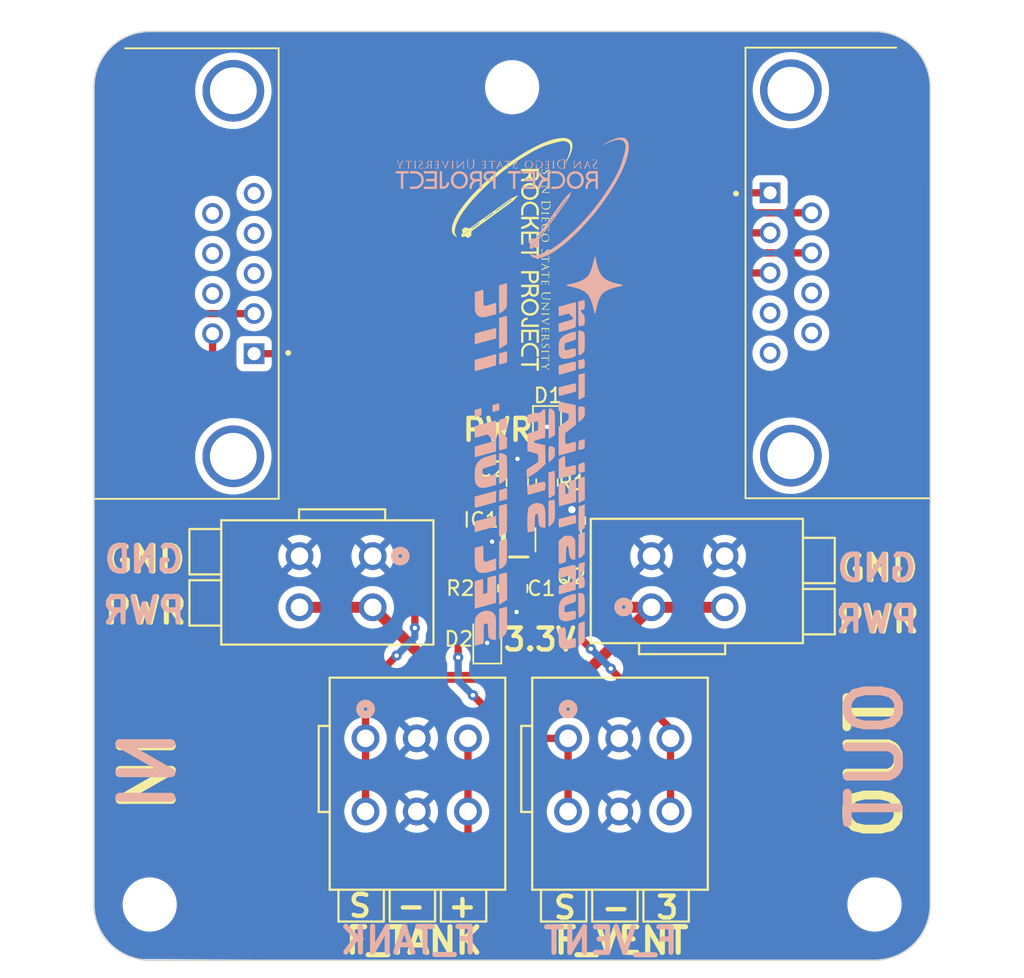
<source format=kicad_pcb>
(kicad_pcb (version 20241229) (generator "pcbnew") (generator_version "9.0")
  (layers (0 "F.Cu" signal) (2 "B.Cu" power) (13 "F.Paste" user) (15 "B.Paste" user) (5 "F.SilkS" user "F.Silkscreen") (7 "B.SilkS" user "B.Silkscreen") (1 "F.Mask" user) (3 "B.Mask" user) (25 "Edge.Cuts" user))
  (net 0 "")
  (net 1 "+3.3V")
  (net 2 "GND")
  (net 3 "VBUS")
  (net 4 "Net-(D1-A)")
  (net 5 "Net-(D2-A)")
  (net 6 "MOV")
  (net 7 "ENG_CHAMBER")
  (net 8 "MFV")
  (net 9 "+BATT")
  (net 10 "F_TANK")
  (net 11 "F_VENT")
  (footprint "Wago 2601_1102:CONN2_2601-1102_WAG" (layer "F.Cu") (at 44.45 61.27 -90)
    (property "Reference" "J3" (hide yes))
    (property "Value" "PWR IN")
    (pad "1" thru_hole circle (at 0 0 270) (size 1.9 1.9) (drill 1.2) (layers "*.Cu" "*.Mask") (net 2 "GND"))
    (pad "2" thru_hole circle (at 0 5 270) (size 1.9 1.9) (drill 1.2) (layers "*.Cu" "*.Mask") (net 2 "GND"))
    (pad "3" thru_hole circle (at 3.5 0 270) (size 1.9 1.9) (drill 1.2) (layers "*.Cu" "*.Mask") (net 9 "+BATT"))
    (pad "4" thru_hole circle (at 3.5 5 270) (size 1.9 1.9) (drill 1.2) (layers "*.Cu" "*.Mask") (net 9 "+BATT"))
  )
  (footprint "MountingHole:MountingHole_3.2mm_M3" (layer "F.Cu") (at 78.74 85.09)
    (property "Reference" "H2" (hide yes))
    (property "Value" "MountingHole")
    (pad "" np_thru_hole circle (at 0 0) (size 3.2 3.2) (drill 3.2) (layers "*.Cu" "*.Mask"))
  )
  (footprint "Resistor_SMD:R_0805_2012Metric" (layer "F.Cu") (at 56.36 56.242499 90)
    (property "Reference" "R1" (at 0.003471 1.73 180) (layer "F.SilkS"))
    (property "Value" "470")
    (pad "1" smd roundrect (at -0.9125 0 90) (size 1.025 1.4) (layers "F.Cu" "F.Mask" "F.Paste") (roundrect_rratio 0.243902) (net 3 "VBUS"))
    (pad "2" smd roundrect (at 0.9125 0 90) (size 1.025 1.4) (layers "F.Cu" "F.Mask" "F.Paste") (roundrect_rratio 0.243902) (net 4 "Net-(D1-A)"))
  )
  (footprint "SDSU RP:RP_Logo" (layer "F.Cu") (at 53.975 40.64 -90)
    (property "Reference" "G***" (hide yes))
    (property "Value" "LOGO" (hide yes))
  )
  (footprint "TLV76033DBZR:SOT95P237X112-3N" (layer "F.Cu") (at 53.379999 59.83 180)
    (property "Reference" "IC1" (at 1.53 1.03 180) (layer "F.SilkS"))
    (property "Value" "TLV76033DBZR" (hide yes))
    (pad "1" smd rect (at -1.050001 -0.95 270) (size 0.6 1.25) (layers "F.Cu" "F.Mask" "F.Paste") (net 1 "+3.3V"))
    (pad "2" smd rect (at -1.050001 0.95 270) (size 0.6 1.25) (layers "F.Cu" "F.Mask" "F.Paste") (net 3 "VBUS"))
    (pad "3" smd rect (at 1.05 0 270) (size 0.6 1.25) (layers "F.Cu" "F.Mask" "F.Paste") (net 2 "GND"))
  )
  (footprint "Capacitor_SMD:C_0805_2012Metric" (layer "F.Cu") (at 54.329999 56.23 90)
    (property "Reference" "C2" (at 0.89 -1.75 180) (layer "F.SilkS"))
    (property "Value" "0.1uF")
    (pad "1" smd roundrect (at -0.949999 0 90) (size 1 1.45) (layers "F.Cu" "F.Mask" "F.Paste") (net 3 "VBUS"))
    (pad "2" smd roundrect (at 0.949999 0 90) (size 1 1.45) (layers "F.Cu" "F.Mask" "F.Paste") (net 2 "GND"))
  )
  (footprint "LD09S33E4GV00LF:AMPHENOL_LD09S33E4GV00LF" (layer "F.Cu") (at 34.925 41.950001 -90)
    (property "Reference" "J1" (hide yes))
    (property "Value" "SIGNAL IN")
    (pad "1" thru_hole rect (at 5.48 -1.42 270) (size 1.408 1.408) (drill 0.9) (layers "*.Cu" "*.Mask") (net 7 "ENG_CHAMBER"))
    (pad "2" thru_hole circle (at 2.74 -1.42 270) (size 1.408 1.408) (drill 0.9) (layers "*.Cu" "*.Mask") (net 8 "MFV"))
    (pad "3" thru_hole circle (at 0 -1.420001 270) (size 1.408 1.408) (drill 0.9) (layers "*.Cu" "*.Mask"))
    (pad "4" thru_hole circle (at -2.74 -1.42 270) (size 1.408 1.408) (drill 0.9) (layers "*.Cu" "*.Mask"))
    (pad "5" thru_hole circle (at -5.48 -1.42 270) (size 1.408 1.408) (drill 0.9) (layers "*.Cu" "*.Mask"))
    (pad "6" thru_hole circle (at 4.109999 1.42 270) (size 1.408 1.408) (drill 0.9) (layers "*.Cu" "*.Mask") (net 6 "MOV"))
    (pad "7" thru_hole circle (at 1.37 1.42 270) (size 1.408 1.408) (drill 0.9) (layers "*.Cu" "*.Mask"))
    (pad "8" thru_hole circle (at -1.37 1.42 270) (size 1.408 1.408) (drill 0.9) (layers "*.Cu" "*.Mask"))
    (pad "9" thru_hole circle (at -4.109999 1.42 270) (size 1.408 1.408) (drill 0.9) (layers "*.Cu" "*.Mask"))
    (pad "SH1" thru_hole circle (at -12.495 0 270) (size 4.216 4.216) (drill 3.2) (layers "*.Cu" "*.Mask"))
    (pad "SH2" thru_hole circle (at 12.495 0 270) (size 4.216 4.216) (drill 3.2) (layers "*.Cu" "*.Mask"))
  )
  (footprint "MountingHole:MountingHole_3.2mm_M3" (layer "F.Cu") (at 29.21 85.09)
    (property "Reference" "H1" (hide yes))
    (property "Value" "MountingHole")
    (pad "" np_thru_hole circle (at 0 0) (size 3.2 3.2) (drill 3.2) (layers "*.Cu" "*.Mask"))
  )
  (footprint "Resistor_SMD:R_0805_2012Metric" (layer "F.Cu") (at 52.279999 63.479999 -90)
    (property "Reference" "R2" (at -0.009998 1.84 180) (layer "F.SilkS"))
    (property "Value" "75")
    (pad "1" smd roundrect (at -0.9125 0 270) (size 1.025 1.4) (layers "F.Cu" "F.Mask" "F.Paste") (roundrect_rratio 0.243902) (net 1 "+3.3V"))
    (pad "2" smd roundrect (at 0.9125 0 270) (size 1.025 1.4) (layers "F.Cu" "F.Mask" "F.Paste") (roundrect_rratio 0.243902) (net 5 "Net-(D2-A)"))
  )
  (footprint "Wago 2601_1102:CONN2_2601-1102_WAG" (layer "F.Cu") (at 63.5 64.77 90)
    (property "Reference" "J4" (hide yes))
    (property "Value" "PWR IN")
    (pad "1" thru_hole circle (at 0 0 90) (size 1.9 1.9) (drill 1.2) (layers "*.Cu" "*.Mask") (net 9 "+BATT"))
    (pad "2" thru_hole circle (at 0 5 90) (size 1.9 1.9) (drill 1.2) (layers "*.Cu" "*.Mask") (net 9 "+BATT"))
    (pad "3" thru_hole circle (at 3.5 0 90) (size 1.9 1.9) (drill 1.2) (layers "*.Cu" "*.Mask") (net 2 "GND"))
    (pad "4" thru_hole circle (at 3.5 5 90) (size 1.9 1.9) (drill 1.2) (layers "*.Cu" "*.Mask") (net 2 "GND"))
  )
  (footprint "LED_SMD:LED_0805_2012Metric" (layer "F.Cu") (at 56.36 52.692499 -90)
    (property "Reference" "D1" (at -2.402499 -0.069999 180) (layer "F.SilkS"))
    (property "Value" "GREEN")
    (pad "1" smd roundrect (at -0.937501 0 270) (size 0.975 1.4) (layers "F.Cu" "F.Mask" "F.Paste") (net 2 "GND"))
    (pad "2" smd roundrect (at 0.937501 0 270) (size 0.975 1.4) (layers "F.Cu" "F.Mask" "F.Paste") (net 4 "Net-(D1-A)"))
  )
  (footprint "Wago 2601_1103:CONN3_2601-1103_WAG" (layer "F.Cu") (at 43.959999 73.73)
    (property "Reference" "J6" (hide yes))
    (property "Value" "PT_1")
    (pad "1" thru_hole circle (at 0 0) (size 1.9 1.9) (drill 1.2) (layers "*.Cu" "*.Mask") (net 10 "F_TANK"))
    (pad "2" thru_hole circle (at 0 5) (size 1.9 1.9) (drill 1.2) (layers "*.Cu" "*.Mask") (net 10 "F_TANK"))
    (pad "3" thru_hole circle (at 3.5 0) (size 1.9 1.9) (drill 1.2) (layers "*.Cu" "*.Mask") (net 2 "GND"))
    (pad "4" thru_hole circle (at 3.5 5) (size 1.9 1.9) (drill 1.2) (layers "*.Cu" "*.Mask") (net 2 "GND"))
    (pad "5" thru_hole circle (at 7.000001 0) (size 1.9 1.9) (drill 1.2) (layers "*.Cu" "*.Mask") (net 3 "VBUS"))
    (pad "6" thru_hole circle (at 7.000001 5) (size 1.9 1.9) (drill 1.2) (layers "*.Cu" "*.Mask") (net 3 "VBUS"))
  )
  (footprint "LED_SMD:LED_0805_2012Metric" (layer "F.Cu") (at 52.279999 66.929999 90)
    (property "Reference" "D2" (at -0.009189 -1.949999 180) (layer "F.SilkS"))
    (property "Value" "RED")
    (pad "1" smd roundrect (at -0.937501 0 90) (size 0.975 1.4) (layers "F.Cu" "F.Mask" "F.Paste") (net 2 "GND"))
    (pad "2" smd roundrect (at 0.937501 0 90) (size 0.975 1.4) (layers "F.Cu" "F.Mask" "F.Paste") (net 5 "Net-(D2-A)"))
  )
  (footprint "Package_TO_SOT_SMD:SOT-23-3" (layer "F.Cu") (at 57.129999 60.15 -90)
    (property "Reference" "Q2" (at 2.51 -0.9 180) (layer "F.SilkS"))
    (property "Value" "DMP3099L")
    (pad "1" smd roundrect (at -1.1375 -0.949999 270) (size 1.325 0.6) (layers "F.Cu" "F.Mask" "F.Paste") (net 2 "GND"))
    (pad "2" smd roundrect (at -1.1375 0.949999 270) (size 1.325 0.6) (layers "F.Cu" "F.Mask" "F.Paste") (net 3 "VBUS"))
    (pad "3" smd roundrect (at 1.1375 0 270) (size 1.325 0.6) (layers "F.Cu" "F.Mask" "F.Paste") (net 9 "+BATT"))
  )
  (footprint "Capacitor_SMD:C_0805_2012Metric" (layer "F.Cu") (at 54.279999 63.479999 -90)
    (property "Reference" "C1" (at 0.000001 -1.7 180) (layer "F.SilkS"))
    (property "Value" "0.1uF")
    (pad "1" smd roundrect (at -0.949999 0 270) (size 1 1.45) (layers "F.Cu" "F.Mask" "F.Paste") (net 1 "+3.3V"))
    (pad "2" smd roundrect (at 0.949999 0 270) (size 1 1.45) (layers "F.Cu" "F.Mask" "F.Paste") (net 2 "GND"))
  )
  (footprint "Wago 2601_1103:CONN3_2601-1103_WAG" (layer "F.Cu") (at 57.799999 73.73)
    (property "Reference" "J5" (hide yes))
    (property "Value" "HALL_1")
    (pad "1" thru_hole circle (at 0 0) (size 1.9 1.9) (drill 1.2) (layers "*.Cu" "*.Mask") (net 11 "F_VENT"))
    (pad "2" thru_hole circle (at 0 5) (size 1.9 1.9) (drill 1.2) (layers "*.Cu" "*.Mask") (net 11 "F_VENT"))
    (pad "3" thru_hole circle (at 3.5 0) (size 1.9 1.9) (drill 1.2) (layers "*.Cu" "*.Mask") (net 2 "GND"))
    (pad "4" thru_hole circle (at 3.5 5) (size 1.9 1.9) (drill 1.2) (layers "*.Cu" "*.Mask") (net 2 "GND"))
    (pad "5" thru_hole circle (at 7.000001 0) (size 1.9 1.9) (drill 1.2) (layers "*.Cu" "*.Mask") (net 1 "+3.3V"))
    (pad "6" thru_hole circle (at 7.000001 5) (size 1.9 1.9) (drill 1.2) (layers "*.Cu" "*.Mask") (net 1 "+3.3V"))
  )
  (footprint "MountingHole:MountingHole_3.2mm_M3" (layer "F.Cu") (at 53.975 29.21)
    (property "Reference" "H3" (hide yes))
    (property "Value" "MountingHole")
    (pad "" np_thru_hole circle (at 0 0) (size 3.2 3.2) (drill 3.2) (layers "*.Cu" "*.Mask"))
  )
  (footprint "LD09S33E4GV00LF:AMPHENOL_LD09S33E4GV00LF" (layer "F.Cu") (at 73.025 41.91 90)
    (property "Reference" "J2" (hide yes))
    (property "Value" "SIGNAL OUT")
    (pad "1" thru_hole rect (at 5.48 -1.42 90) (size 1.408 1.408) (drill 0.9) (layers "*.Cu" "*.Mask") (net 7 "ENG_CHAMBER"))
    (pad "2" thru_hole circle (at 2.74 -1.42 90) (size 1.408 1.408) (drill 0.9) (layers "*.Cu" "*.Mask") (net 8 "MFV"))
    (pad "3" thru_hole circle (at 0 -1.420001 90) (size 1.408 1.408) (drill 0.9) (layers "*.Cu" "*.Mask") (net 11 "F_VENT"))
    (pad "4" thru_hole circle (at -2.74 -1.42 90) (size 1.408 1.408) (drill 0.9) (layers "*.Cu" "*.Mask"))
    (pad "5" thru_hole circle (at -5.48 -1.42 90) (size 1.408 1.408) (drill 0.9) (layers "*.Cu" "*.Mask"))
    (pad "6" thru_hole circle (at 4.109999 1.42 90) (size 1.408 1.408) (drill 0.9) (layers "*.Cu" "*.Mask") (net 6 "MOV"))
    (pad "7" thru_hole circle (at 1.37 1.42 90) (size 1.408 1.408) (drill 0.9) (layers "*.Cu" "*.Mask") (net 10 "F_TANK"))
    (pad "8" thru_hole circle (at -1.37 1.42 90) (size 1.408 1.408) (drill 0.9) (layers "*.Cu" "*.Mask"))
    (pad "9" thru_hole circle (at -4.109999 1.42 90) (size 1.408 1.408) (drill 0.9) (layers "*.Cu" "*.Mask"))
    (pad "SH1" thru_hole circle (at -12.495 0 90) (size 4.216 4.216) (drill 3.2) (layers "*.Cu" "*.Mask"))
    (pad "SH2" thru_hole circle (at 12.495 0 90) (size 4.216 4.216) (drill 3.2) (layers "*.Cu" "*.Mask"))
  )
  (footprint "LOGO" (layer "B.Cu") (at 58.546016 54.001485 90)
    (property "Reference" "G***" (hide yes))
    (property "Value" "LOGO" (hide yes))
  )
  (footprint "LOGO" (layer "B.Cu") (at 52.504807 55.018267 90)
    (property "Reference" "G***" (hide yes))
    (property "Value" "LOGO" (hide yes))
  )
  (footprint "SDSU RP:RP_Logo" (layer "B.Cu") (at 53.99 36.78 180)
    (property "Reference" "G***" (hide yes))
    (property "Value" "LOGO" (hide yes))
  )
  (gr_line (start 25.4 85.09) (end 25.4 29.21) (stroke (width 0.1)) (layer "Edge.Cuts"))
  (gr_arc (start 29.21 88.9) (mid 26.515923 87.784077) (end 25.4 85.09) (stroke (width 0.1)) (layer "Edge.Cuts"))
  (gr_arc (start 82.55 85.09) (mid 81.434077 87.784077) (end 78.74 88.9) (stroke (width 0.1)) (layer "Edge.Cuts"))
  (gr_arc (start 25.4 29.21) (mid 26.515923 26.515923) (end 29.21 25.4) (stroke (width 0.1)) (layer "Edge.Cuts"))
  (gr_line (start 78.74 88.9) (end 29.21 88.9) (stroke (width 0.1)) (layer "Edge.Cuts"))
  (gr_line (start 82.55 29.21) (end 82.55 85.09) (stroke (width 0.1)) (layer "Edge.Cuts"))
  (gr_arc (start 78.74 25.4) (mid 81.434077 26.515923) (end 82.55 29.21) (stroke (width 0.1)) (layer "Edge.Cuts"))
  (gr_line (start 29.21 25.4) (end 78.74 25.4) (stroke (width 0.1)) (layer "Edge.Cuts"))
  (gr_text "IN" (at 26.73 73.02 270) (layer "F.SilkS") (effects (font (size 3.5 3.5) (thickness 0.6) (bold yes)) (justify left bottom)))
  (gr_text "3" (at 64.58 86.18 0) (layer "F.SilkS") (effects (font (size 1.5 1.5) (thickness 0.3) (bold yes)) (justify bottom)))
  (gr_text "+" (at 50.580001 86.06 0) (layer "F.SilkS") (effects (font (size 1.5 1.5) (thickness 0.3) (bold yes)) (justify bottom)))
  (gr_text "PWR" (at 50.44575 53.516616 0) (layer "F.SilkS") (effects (font (size 1.5 1.5) (thickness 0.3) (bold yes)) (justify left bottom)))
  (gr_text "S" (at 43.58 86.06 0) (layer "F.SilkS") (effects (font (size 1.5 1.5) (thickness 0.3) (bold yes)) (justify bottom)))
  (gr_text "F_TANK" (at 47.269999 88.59 0) (layer "F.SilkS") (effects (font (size 1.75 1.75) (thickness 0.35) (bold yes)) (justify bottom)))
  (gr_text "-" (at 47.080001 86.06 0) (layer "F.SilkS") (effects (font (size 1.5 1.5) (thickness 0.3) (bold yes)) (justify bottom)))
  (gr_text "PWR" (at 76.024999 66.62 0) (layer "F.SilkS") (effects (font (size 1.75 1.75) (thickness 0.35) (bold yes)) (justify left bottom)))
  (gr_text "S" (at 57.579999 86.18 0) (layer "F.SilkS") (effects (font (size 1.5 1.5) (thickness 0.3) (bold yes)) (justify bottom)))
  (gr_text "3.3V" (at 53.229999 67.85 0) (layer "F.SilkS") (effects (font (size 1.5 1.5) (thickness 0.3) (bold yes)) (justify left bottom)))
  (gr_text "PWR" (at 25.95 66.02 0) (layer "F.SilkS") (effects (font (size 1.75 1.75) (thickness 0.35) (bold yes)) (justify left bottom)))
  (gr_text "-" (at 61.08 86.18 0) (layer "F.SilkS") (effects (font (size 1.5 1.5) (thickness 0.3) (bold yes)) (justify bottom)))
  (gr_text "F_VENT" (at 61.449999 88.59 0) (layer "F.SilkS") (effects (font (size 1.75 1.75) (thickness 0.35) (bold yes)) (justify bottom)))
  (gr_text "GND" (at 26.033334 62.519999 0) (layer "F.SilkS") (effects (font (size 1.75 1.75) (thickness 0.35) (bold yes)) (justify left bottom)))
  (gr_text "GND" (at 76.108333 63.119999 0) (layer "F.SilkS") (effects (font (size 1.75 1.75) (thickness 0.35) (bold yes)) (justify left bottom)))
  (gr_text "OUT" (at 80.81 81 90) (layer "F.SilkS") (effects (font (size 3.5 3.5) (thickness 0.6) (bold yes)) (justify left bottom)))
  (gr_text "GND" (at 31.706666 62.514001 0) (layer "B.SilkS") (effects (font (size 1.75 1.75) (thickness 0.35) (bold yes)) (justify left bottom mirror)))
  (gr_text "IN" (at 26.7 78.98 270) (layer "B.SilkS") (effects (font (size 3.5 3.5) (thickness 0.6) (bold yes)) (justify left bottom mirror)))
  (gr_text "PWR" (at 31.79 66.014002 0) (layer "B.SilkS") (effects (font (size 1.75 1.75) (thickness 0.35) (bold yes)) (justify left bottom mirror)))
  (gr_text "GND" (at 81.781665 63.114001 0) (layer "B.SilkS") (effects (font (size 1.75 1.75) (thickness 0.35) (bold yes)) (justify left bottom mirror)))
  (gr_text "PWR" (at 81.864999 66.614002 0) (layer "B.SilkS") (effects (font (size 1.75 1.75) (thickness 0.35) (bold yes)) (justify left bottom mirror)))
  (gr_text "F_TANK" (at 46.9 88.574 0) (layer "B.SilkS") (effects (font (size 1.75 1.75) (thickness 0.35) (bold yes)) (justify bottom mirror)))
  (gr_text "F_VENT" (at 60.709999 88.594 0) (layer "B.SilkS") (effects (font (size 1.75 1.75) (thickness 0.35) (bold yes)) (justify bottom mirror)))
  (gr_text "OUT" (at 80.84 69.42 90) (layer "B.SilkS") (effects (font (size 3.5 3.5) (thickness 0.6) (bold yes)) (justify left bottom mirror)))
  (segment (start 64.8 73.08) (end 64.8 73.73) (width 0.5) (layer "F.Cu") (net 1))
  (segment (start 64.8 73.73) (end 64.8 78.73) (width 0.5) (layer "F.Cu") (net 1))
  (segment (start 59.355926 67.605926) (end 54.279999 62.53) (width 0.5) (layer "F.Cu") (net 1))
  (segment (start 60.72 68.96) (end 60.72 69) (width 0.5) (layer "F.Cu") (net 1))
  (segment (start 60.72 69) (end 64.8 73.08) (width 0.5) (layer "F.Cu") (net 1))
  (via (at 59.355926 67.605926) (size 0.7) (drill 0.3) (layers "F.Cu" "B.Cu") (net 1))
  (via (at 60.72 68.96) (size 0.7) (drill 0.3) (layers "F.Cu" "B.Cu") (net 1))
  (segment (start 60.72 68.96) (end 59.365926 67.605926) (width 0.5) (layer "B.Cu") (net 1))
  (segment (start 59.365926 67.605926) (end 59.355926 67.605926) (width 0.5) (layer "B.Cu") (net 1))
  (segment (start 52.329999 59.999999) (end 52.329999 59.83) (width 0.5) (layer "F.Cu") (net 2))
  (segment (start 54.329999 55.280001) (end 54.329999 54.630001) (width 0.5) (layer "F.Cu") (net 2))
  (segment (start 52.279999 67.209999) (end 52.27 67.2) (width 0.5) (layer "F.Cu") (net 2))
  (segment (start 56.36 51.754998) (end 56.36 52.43) (width 0.5) (layer "F.Cu") (net 2))
  (segment (start 54.329999 54.630001) (end 54.34 54.62) (width 0.5) (layer "F.Cu") (net 2))
  (segment (start 52.279999 67.8675) (end 52.279999 67.209999) (width 0.5) (layer "F.Cu") (net 2))
  (segment (start 58.079998 59.0125) (end 58.079998 58.109998) (width 0.5) (layer "F.Cu") (net 2))
  (segment (start 54.279999 64.429998) (end 54.28 65.09) (width 0.5) (layer "F.Cu") (net 2))
  (segment (start 58.079998 58.109998) (end 58.06 58.09) (width 0.5) (layer "F.Cu") (net 2))
  (segment (start 52.61 60.28) (end 52.329999 59.999999) (width 0.5) (layer "F.Cu") (net 2))
  (via (at 54.28 65.09) (size 0.7) (drill 0.3) (layers "F.Cu" "B.Cu") (net 2))
  (via (at 54.34 54.62) (size 0.7) (drill 0.3) (layers "F.Cu" "B.Cu") (net 2))
  (via (at 52.27 67.2) (size 0.7) (drill 0.3) (layers "F.Cu" "B.Cu") (net 2))
  (via (at 52.61 60.28) (size 0.7) (drill 0.3) (layers "F.Cu" "B.Cu") (net 2))
  (via (at 56.36 52.43) (size 0.7) (drill 0.3) (layers "F.Cu" "B.Cu") (net 2))
  (via (at 58.06 58.09) (size 1) (drill 0.5) (layers "F.Cu" "B.Cu") (net 2))
  (segment (start 67.51 81.85) (end 71.11 78.25) (width 0.5) (layer "F.Cu") (net 3))
  (segment (start 50.96 73.73) (end 50.96 78.73) (width 0.5) (layer "F.Cu") (net 3))
  (segment (start 50.96 78.73) (end 50.96 80.21) (width 0.5) (layer "F.Cu") (net 3))
  (segment (start 56.375999 57.139) (end 56.36 57.154999) (width 0.5) (layer "F.Cu") (net 3))
  (segment (start 71.11 78.25) (end 71.11 58.62) (width 0.5) (layer "F.Cu") (net 3))
  (segment (start 69.629 57.139) (end 56.375999 57.139) (width 0.5) (layer "F.Cu") (net 3))
  (segment (start 52.6 81.85) (end 67.51 81.85) (width 0.5) (layer "F.Cu") (net 3))
  (segment (start 50.96 80.21) (end 52.6 81.85) (width 0.5) (layer "F.Cu") (net 3))
  (segment (start 71.11 58.62) (end 69.629 57.139) (width 0.5) (layer "F.Cu") (net 3))
  (segment (start 56.36 53.63) (end 56.36 55.329999) (width 0.5) (layer "F.Cu") (net 4))
  (segment (start 52.279999 64.392499) (end 52.279999 65.992498) (width 0.5) (layer "F.Cu") (net 5))
  (segment (start 53.779999 37.800001) (end 42.49 49.09) (width 0.5) (layer "F.Cu") (net 6))
  (segment (start 42.49 49.09) (end 34.14 49.09) (width 0.5) (layer "F.Cu") (net 6))
  (segment (start 34.14 49.09) (end 33.505 48.455) (width 0.5) (layer "F.Cu") (net 6))
  (segment (start 74.445 37.800001) (end 53.779999 37.800001) (width 0.5) (layer "F.Cu") (net 6))
  (segment (start 33.505 48.455) (end 33.505 46.06) (width 0.5) (layer "F.Cu") (net 6))
  (segment (start 36.345 47.430001) (end 41.619999 47.430001) (width 0.5) (layer "F.Cu") (net 7))
  (segment (start 41.619999 47.430001) (end 52.62 36.43) (width 0.5) (layer "F.Cu") (net 7))
  (segment (start 52.62 36.43) (end 71.605 36.43) (width 0.5) (layer "F.Cu") (net 7))
  (segment (start 43.48 50.35) (end 54.66 39.17) (width 0.5) (layer "F.Cu") (net 8))
  (segment (start 32.399999 44.690001) (end 31.92 45.17) (width 0.5) (layer "F.Cu") (net 8))
  (segment (start 54.66 39.17) (end 71.605 39.17) (width 0.5) (layer "F.Cu") (net 8))
  (segment (start 31.92 48.69) (end 33.58 50.35) (width 0.5) (layer "F.Cu") (net 8))
  (segment (start 31.92 45.17) (end 31.92 48.69) (width 0.5) (layer "F.Cu") (net 8))
  (segment (start 33.58 50.35) (end 43.48 50.35) (width 0.5) (layer "F.Cu") (net 8))
  (segment (start 36.345 44.690001) (end 32.399999 44.690001) (width 0.5) (layer "F.Cu") (net 8))
  (segment (start 58.71 69.56) (end 63.5 64.77) (width 0.75) (layer "F.Cu") (net 9))
  (segment (start 49.24 69.56) (end 58.71 69.56) (width 0.75) (layer "F.Cu") (net 9))
  (segment (start 60.612499 64.77) (end 63.5 64.77) (width 0.75) (layer "F.Cu") (net 9))
  (segment (start 39.45 64.77) (end 44.45 64.77) (width 0.75) (layer "F.Cu") (net 9))
  (segment (start 44.45 64.77) (end 49.24 69.56) (width 0.75) (layer "F.Cu") (net 9))
  (segment (start 63.5 64.77) (end 68.5 64.77) (width 0.75) (layer "F.Cu") (net 9))
  (segment (start 57.129999 61.2875) (end 60.612499 64.77) (width 0.75) (layer "F.Cu") (net 9))
  (segment (start 47.33 48.92) (end 47.33 66.18) (width 0.5) (layer "F.Cu") (net 10))
  (segment (start 46.08 68.07) (end 43.959999 70.190001) (width 0.5) (layer "F.Cu") (net 10))
  (segment (start 43.959999 70.190001) (end 43.959999 73.73) (width 0.5) (layer "F.Cu") (net 10))
  (segment (start 43.959999 73.73) (end 43.959999 78.73) (width 0.5) (layer "F.Cu") (net 10))
  (segment (start 74.445 40.54) (end 55.71 40.54) (width 0.5) (layer "F.Cu") (net 10))
  (segment (start 55.71 40.54) (end 47.33 48.92) (width 0.5) (layer "F.Cu") (net 10))
  (via (at 46.08 68.07) (size 0.7) (drill 0.3) (layers "F.Cu" "B.Cu") (net 10))
  (via (at 47.33 66.18) (size 0.7) (drill 0.3) (layers "F.Cu" "B.Cu") (net 10))
  (segment (start 47.33 66.18) (end 47.33 66.82) (width 0.5) (layer "B.Cu") (net 10))
  (segment (start 47.33 66.82) (end 46.08 68.07) (width 0.5) (layer "B.Cu") (net 10))
  (segment (start 54.25 73.73) (end 57.799999 73.73) (width 0.5) (layer "F.Cu") (net 11))
  (segment (start 57.799999 73.73) (end 57.799999 78.73) (width 0.5) (layer "F.Cu") (net 11))
  (segment (start 51.3 70.78) (end 54.25 73.73) (width 0.5) (layer "F.Cu") (net 11))
  (segment (start 50.29 48.14) (end 50.29 68.2) (width 0.5) (layer "F.Cu") (net 11))
  (segment (start 71.604999 41.91) (end 56.52 41.91) (width 0.5) (layer "F.Cu") (net 11))
  (segment (start 56.52 41.91) (end 50.29 48.14) (width 0.5) (layer "F.Cu") (net 11))
  (via (at 50.29 68.2) (size 0.7) (drill 0.3) (layers "F.Cu" "B.Cu") (net 11))
  (via (at 51.3 70.78) (size 0.7) (drill 0.3) (layers "F.Cu" "B.Cu") (net 11))
  (segment (start 50.29 68.2) (end 50.29 69.77) (width 0.5) (layer "B.Cu") (net 11))
  (segment (start 50.29 69.77) (end 51.3 70.78) (width 0.5) (layer "B.Cu") (net 11))
  (zone (net 3) (net_name "VBUS") (layer "F.Cu") (priority 1) (connect_pads yes (clearance 0.5)) (min_thickness 0.25) (fill yes (thermal_gap 0.5) (thermal_bridge_width 0.5))
    (polygon (pts (xy 57.095 56.469563) (xy 57.095 59.69) (xy 53.510001 59.69) (xy 53.49 56.48)))
  )
  (zone (net 1) (net_name "+3.3V") (layer "F.Cu") (priority 2) (connect_pads yes (clearance 0.5)) (min_thickness 0.25) (fill yes (thermal_gap 0.5) (thermal_bridge_width 0.5))
    (polygon (pts (xy 51.43 61.85) (xy 52.84 61.85) (xy 53.6 61.09) (xy 53.6 60.3) (xy 55.16 60.3) (xy 55.24 60.38) (xy 55.24 62.993745) (xy 55.003745 63.23) (xy 51.52 63.23) (xy 51.531254 63.218746) (xy 51.544999 63.218746) (xy 51.43 63.103747)))
  )
  (zone (net 2) (net_name "GND") (layer "B.Cu") (connect_pads (clearance 0.5)) (min_thickness 0.25) (fill yes (thermal_gap 0.5) (thermal_bridge_width 0.5))
    (polygon (pts (xy 25.4 88.8) (xy 25.35 25.2) (xy 82.5 25.4) (xy 82.6 89.05)))
  )
)
</source>
